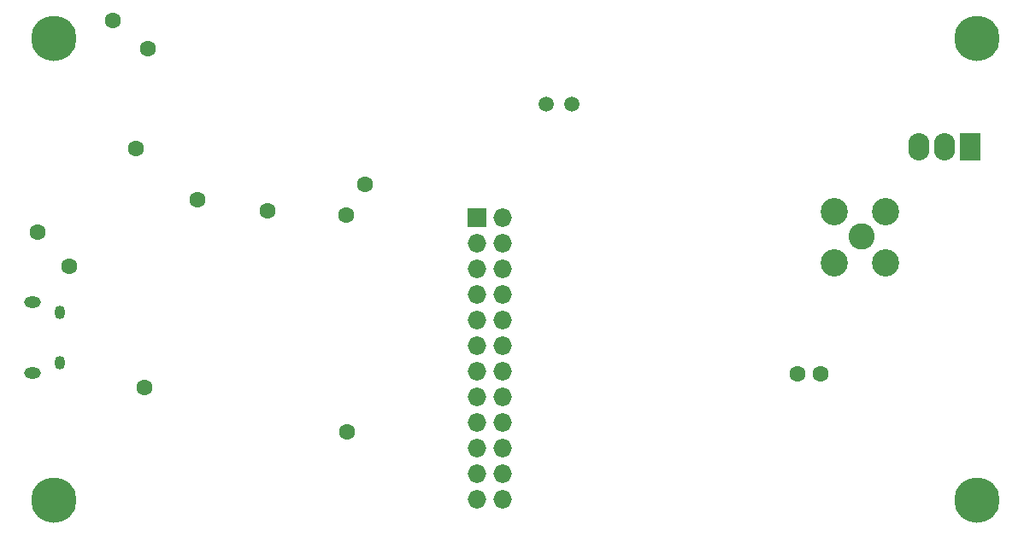
<source format=gbr>
G04 #@! TF.FileFunction,Soldermask,Bot*
%FSLAX46Y46*%
G04 Gerber Fmt 4.6, Leading zero omitted, Abs format (unit mm)*
G04 Created by KiCad (PCBNEW 4.0.5+dfsg1-4~bpo8+1) date Fri Nov  1 07:22:00 2019*
%MOMM*%
%LPD*%
G01*
G04 APERTURE LIST*
%ADD10C,0.100000*%
%ADD11C,4.501600*%
%ADD12C,0.701600*%
%ADD13C,1.501600*%
%ADD14R,1.828800X1.828800*%
%ADD15O,1.828800X1.828800*%
%ADD16C,1.601600*%
%ADD17O,1.051600X1.351600*%
%ADD18O,1.651600X1.101600*%
%ADD19C,2.601600*%
%ADD20C,2.701600*%
%ADD21R,2.101600X2.701600*%
%ADD22O,2.101600X2.701600*%
G04 APERTURE END LIST*
D10*
D11*
X177800000Y-64770000D03*
D12*
X179450000Y-64770000D03*
X178966726Y-65936726D03*
X177800000Y-66420000D03*
X176633274Y-65936726D03*
X176150000Y-64770000D03*
X176633274Y-63603274D03*
X177800000Y-63120000D03*
X178966726Y-63603274D03*
D11*
X177800000Y-110617000D03*
D12*
X179450000Y-110617000D03*
X178966726Y-111783726D03*
X177800000Y-112267000D03*
X176633274Y-111783726D03*
X176150000Y-110617000D03*
X176633274Y-109450274D03*
X177800000Y-108967000D03*
X178966726Y-109450274D03*
D11*
X86360000Y-110617000D03*
D12*
X88010000Y-110617000D03*
X87526726Y-111783726D03*
X86360000Y-112267000D03*
X85193274Y-111783726D03*
X84710000Y-110617000D03*
X85193274Y-109450274D03*
X86360000Y-108967000D03*
X87526726Y-109450274D03*
D13*
X135178800Y-71259700D03*
X137718800Y-71259700D03*
D14*
X128270000Y-82550000D03*
D15*
X130810000Y-82550000D03*
X128270000Y-85090000D03*
X130810000Y-85090000D03*
X128270000Y-87630000D03*
X130810000Y-87630000D03*
X128270000Y-90170000D03*
X130810000Y-90170000D03*
X128270000Y-92710000D03*
X130810000Y-92710000D03*
X128270000Y-95250000D03*
X130810000Y-95250000D03*
X128270000Y-97790000D03*
X130810000Y-97790000D03*
X128270000Y-100330000D03*
X130810000Y-100330000D03*
X128270000Y-102870000D03*
X130810000Y-102870000D03*
X128270000Y-105410000D03*
X130810000Y-105410000D03*
X128270000Y-107950000D03*
X130810000Y-107950000D03*
X128270000Y-110490000D03*
X130810000Y-110490000D03*
D16*
X95351600Y-99364800D03*
X95707200Y-65786000D03*
X84785200Y-83972400D03*
X92252800Y-62992000D03*
X87934800Y-87376000D03*
X100584000Y-80772000D03*
X117221000Y-79222600D03*
X115316000Y-82296000D03*
X107543600Y-81838800D03*
X115417600Y-103835200D03*
X94488000Y-75692000D03*
D17*
X86995000Y-96937200D03*
X86995000Y-91937200D03*
D18*
X84295000Y-90937200D03*
X84295000Y-97937200D03*
D19*
X166368400Y-84405400D03*
D20*
X163728400Y-81940400D03*
X168808400Y-81940400D03*
X168808400Y-87020400D03*
X163728400Y-87020400D03*
D21*
X177165000Y-75565000D03*
D22*
X174625000Y-75565000D03*
X172085000Y-75565000D03*
D16*
X162306000Y-98044000D03*
X160020000Y-98044000D03*
D11*
X86360000Y-64770000D03*
D12*
X88010000Y-64770000D03*
X87526726Y-65936726D03*
X86360000Y-66420000D03*
X85193274Y-65936726D03*
X84710000Y-64770000D03*
X85193274Y-63603274D03*
X86360000Y-63120000D03*
X87526726Y-63603274D03*
M02*

</source>
